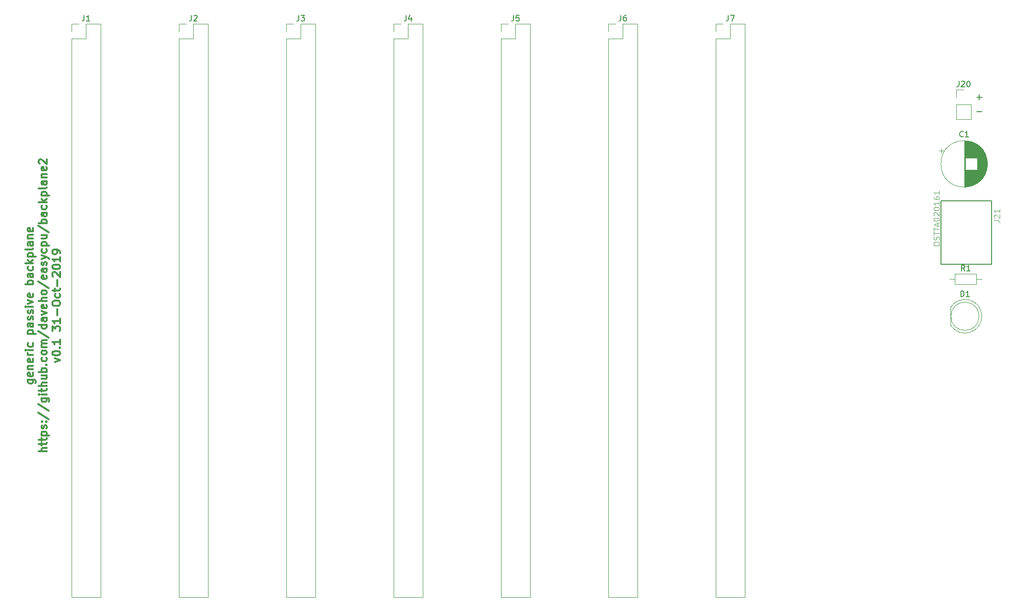
<source format=gto>
G04 #@! TF.GenerationSoftware,KiCad,Pcbnew,5.1.4-e60b266~84~ubuntu18.04.1*
G04 #@! TF.CreationDate,2019-10-31T19:17:03-04:00*
G04 #@! TF.ProjectId,OSH_Park_2_layer,4f53485f-5061-4726-9b5f-325f6c617965,rev?*
G04 #@! TF.SameCoordinates,Original*
G04 #@! TF.FileFunction,Legend,Top*
G04 #@! TF.FilePolarity,Positive*
%FSLAX46Y46*%
G04 Gerber Fmt 4.6, Leading zero omitted, Abs format (unit mm)*
G04 Created by KiCad (PCBNEW 5.1.4-e60b266~84~ubuntu18.04.1) date 2019-10-31 19:17:03*
%MOMM*%
%LPD*%
G04 APERTURE LIST*
%ADD10C,0.300000*%
%ADD11C,0.150000*%
%ADD12C,0.120000*%
%ADD13C,0.127000*%
%ADD14C,0.050000*%
G04 APERTURE END LIST*
D10*
X41750000Y-112574333D02*
X42883333Y-112574333D01*
X43016666Y-112641000D01*
X43083333Y-112707666D01*
X43150000Y-112841000D01*
X43150000Y-113041000D01*
X43083333Y-113174333D01*
X42616666Y-112574333D02*
X42683333Y-112707666D01*
X42683333Y-112974333D01*
X42616666Y-113107666D01*
X42550000Y-113174333D01*
X42416666Y-113241000D01*
X42016666Y-113241000D01*
X41883333Y-113174333D01*
X41816666Y-113107666D01*
X41750000Y-112974333D01*
X41750000Y-112707666D01*
X41816666Y-112574333D01*
X42616666Y-111374333D02*
X42683333Y-111507666D01*
X42683333Y-111774333D01*
X42616666Y-111907666D01*
X42483333Y-111974333D01*
X41950000Y-111974333D01*
X41816666Y-111907666D01*
X41750000Y-111774333D01*
X41750000Y-111507666D01*
X41816666Y-111374333D01*
X41950000Y-111307666D01*
X42083333Y-111307666D01*
X42216666Y-111974333D01*
X41750000Y-110707666D02*
X42683333Y-110707666D01*
X41883333Y-110707666D02*
X41816666Y-110641000D01*
X41750000Y-110507666D01*
X41750000Y-110307666D01*
X41816666Y-110174333D01*
X41950000Y-110107666D01*
X42683333Y-110107666D01*
X42616666Y-108907666D02*
X42683333Y-109041000D01*
X42683333Y-109307666D01*
X42616666Y-109441000D01*
X42483333Y-109507666D01*
X41950000Y-109507666D01*
X41816666Y-109441000D01*
X41750000Y-109307666D01*
X41750000Y-109041000D01*
X41816666Y-108907666D01*
X41950000Y-108841000D01*
X42083333Y-108841000D01*
X42216666Y-109507666D01*
X42683333Y-108241000D02*
X41750000Y-108241000D01*
X42016666Y-108241000D02*
X41883333Y-108174333D01*
X41816666Y-108107666D01*
X41750000Y-107974333D01*
X41750000Y-107841000D01*
X42683333Y-107374333D02*
X41750000Y-107374333D01*
X41283333Y-107374333D02*
X41350000Y-107441000D01*
X41416666Y-107374333D01*
X41350000Y-107307666D01*
X41283333Y-107374333D01*
X41416666Y-107374333D01*
X42616666Y-106107666D02*
X42683333Y-106241000D01*
X42683333Y-106507666D01*
X42616666Y-106641000D01*
X42550000Y-106707666D01*
X42416666Y-106774333D01*
X42016666Y-106774333D01*
X41883333Y-106707666D01*
X41816666Y-106641000D01*
X41750000Y-106507666D01*
X41750000Y-106241000D01*
X41816666Y-106107666D01*
X41750000Y-104441000D02*
X43150000Y-104441000D01*
X41816666Y-104441000D02*
X41750000Y-104307666D01*
X41750000Y-104041000D01*
X41816666Y-103907666D01*
X41883333Y-103841000D01*
X42016666Y-103774333D01*
X42416666Y-103774333D01*
X42550000Y-103841000D01*
X42616666Y-103907666D01*
X42683333Y-104041000D01*
X42683333Y-104307666D01*
X42616666Y-104441000D01*
X42683333Y-102574333D02*
X41950000Y-102574333D01*
X41816666Y-102641000D01*
X41750000Y-102774333D01*
X41750000Y-103041000D01*
X41816666Y-103174333D01*
X42616666Y-102574333D02*
X42683333Y-102707666D01*
X42683333Y-103041000D01*
X42616666Y-103174333D01*
X42483333Y-103241000D01*
X42350000Y-103241000D01*
X42216666Y-103174333D01*
X42150000Y-103041000D01*
X42150000Y-102707666D01*
X42083333Y-102574333D01*
X42616666Y-101974333D02*
X42683333Y-101841000D01*
X42683333Y-101574333D01*
X42616666Y-101441000D01*
X42483333Y-101374333D01*
X42416666Y-101374333D01*
X42283333Y-101441000D01*
X42216666Y-101574333D01*
X42216666Y-101774333D01*
X42150000Y-101907666D01*
X42016666Y-101974333D01*
X41950000Y-101974333D01*
X41816666Y-101907666D01*
X41750000Y-101774333D01*
X41750000Y-101574333D01*
X41816666Y-101441000D01*
X42616666Y-100841000D02*
X42683333Y-100707666D01*
X42683333Y-100441000D01*
X42616666Y-100307666D01*
X42483333Y-100241000D01*
X42416666Y-100241000D01*
X42283333Y-100307666D01*
X42216666Y-100441000D01*
X42216666Y-100641000D01*
X42150000Y-100774333D01*
X42016666Y-100841000D01*
X41950000Y-100841000D01*
X41816666Y-100774333D01*
X41750000Y-100641000D01*
X41750000Y-100441000D01*
X41816666Y-100307666D01*
X42683333Y-99641000D02*
X41750000Y-99641000D01*
X41283333Y-99641000D02*
X41350000Y-99707666D01*
X41416666Y-99641000D01*
X41350000Y-99574333D01*
X41283333Y-99641000D01*
X41416666Y-99641000D01*
X41750000Y-99107666D02*
X42683333Y-98774333D01*
X41750000Y-98441000D01*
X42616666Y-97374333D02*
X42683333Y-97507666D01*
X42683333Y-97774333D01*
X42616666Y-97907666D01*
X42483333Y-97974333D01*
X41950000Y-97974333D01*
X41816666Y-97907666D01*
X41750000Y-97774333D01*
X41750000Y-97507666D01*
X41816666Y-97374333D01*
X41950000Y-97307666D01*
X42083333Y-97307666D01*
X42216666Y-97974333D01*
X42683333Y-95641000D02*
X41283333Y-95641000D01*
X41816666Y-95641000D02*
X41750000Y-95507666D01*
X41750000Y-95241000D01*
X41816666Y-95107666D01*
X41883333Y-95041000D01*
X42016666Y-94974333D01*
X42416666Y-94974333D01*
X42550000Y-95041000D01*
X42616666Y-95107666D01*
X42683333Y-95241000D01*
X42683333Y-95507666D01*
X42616666Y-95641000D01*
X42683333Y-93774333D02*
X41950000Y-93774333D01*
X41816666Y-93841000D01*
X41750000Y-93974333D01*
X41750000Y-94241000D01*
X41816666Y-94374333D01*
X42616666Y-93774333D02*
X42683333Y-93907666D01*
X42683333Y-94241000D01*
X42616666Y-94374333D01*
X42483333Y-94441000D01*
X42350000Y-94441000D01*
X42216666Y-94374333D01*
X42150000Y-94241000D01*
X42150000Y-93907666D01*
X42083333Y-93774333D01*
X42616666Y-92507666D02*
X42683333Y-92641000D01*
X42683333Y-92907666D01*
X42616666Y-93041000D01*
X42550000Y-93107666D01*
X42416666Y-93174333D01*
X42016666Y-93174333D01*
X41883333Y-93107666D01*
X41816666Y-93041000D01*
X41750000Y-92907666D01*
X41750000Y-92641000D01*
X41816666Y-92507666D01*
X42683333Y-91907666D02*
X41283333Y-91907666D01*
X42150000Y-91774333D02*
X42683333Y-91374333D01*
X41750000Y-91374333D02*
X42283333Y-91907666D01*
X41750000Y-90774333D02*
X43150000Y-90774333D01*
X41816666Y-90774333D02*
X41750000Y-90641000D01*
X41750000Y-90374333D01*
X41816666Y-90241000D01*
X41883333Y-90174333D01*
X42016666Y-90107666D01*
X42416666Y-90107666D01*
X42550000Y-90174333D01*
X42616666Y-90241000D01*
X42683333Y-90374333D01*
X42683333Y-90641000D01*
X42616666Y-90774333D01*
X42683333Y-89307666D02*
X42616666Y-89441000D01*
X42483333Y-89507666D01*
X41283333Y-89507666D01*
X42683333Y-88174333D02*
X41950000Y-88174333D01*
X41816666Y-88241000D01*
X41750000Y-88374333D01*
X41750000Y-88641000D01*
X41816666Y-88774333D01*
X42616666Y-88174333D02*
X42683333Y-88307666D01*
X42683333Y-88641000D01*
X42616666Y-88774333D01*
X42483333Y-88841000D01*
X42350000Y-88841000D01*
X42216666Y-88774333D01*
X42150000Y-88641000D01*
X42150000Y-88307666D01*
X42083333Y-88174333D01*
X41750000Y-87507666D02*
X42683333Y-87507666D01*
X41883333Y-87507666D02*
X41816666Y-87441000D01*
X41750000Y-87307666D01*
X41750000Y-87107666D01*
X41816666Y-86974333D01*
X41950000Y-86907666D01*
X42683333Y-86907666D01*
X42616666Y-85707666D02*
X42683333Y-85841000D01*
X42683333Y-86107666D01*
X42616666Y-86241000D01*
X42483333Y-86307666D01*
X41950000Y-86307666D01*
X41816666Y-86241000D01*
X41750000Y-86107666D01*
X41750000Y-85841000D01*
X41816666Y-85707666D01*
X41950000Y-85641000D01*
X42083333Y-85641000D01*
X42216666Y-86307666D01*
X45083333Y-125341000D02*
X43683333Y-125341000D01*
X45083333Y-124741000D02*
X44350000Y-124741000D01*
X44216666Y-124807666D01*
X44150000Y-124941000D01*
X44150000Y-125141000D01*
X44216666Y-125274333D01*
X44283333Y-125341000D01*
X44150000Y-124274333D02*
X44150000Y-123741000D01*
X43683333Y-124074333D02*
X44883333Y-124074333D01*
X45016666Y-124007666D01*
X45083333Y-123874333D01*
X45083333Y-123741000D01*
X44150000Y-123474333D02*
X44150000Y-122941000D01*
X43683333Y-123274333D02*
X44883333Y-123274333D01*
X45016666Y-123207666D01*
X45083333Y-123074333D01*
X45083333Y-122941000D01*
X44150000Y-122474333D02*
X45550000Y-122474333D01*
X44216666Y-122474333D02*
X44150000Y-122341000D01*
X44150000Y-122074333D01*
X44216666Y-121941000D01*
X44283333Y-121874333D01*
X44416666Y-121807666D01*
X44816666Y-121807666D01*
X44950000Y-121874333D01*
X45016666Y-121941000D01*
X45083333Y-122074333D01*
X45083333Y-122341000D01*
X45016666Y-122474333D01*
X45016666Y-121274333D02*
X45083333Y-121141000D01*
X45083333Y-120874333D01*
X45016666Y-120741000D01*
X44883333Y-120674333D01*
X44816666Y-120674333D01*
X44683333Y-120741000D01*
X44616666Y-120874333D01*
X44616666Y-121074333D01*
X44550000Y-121207666D01*
X44416666Y-121274333D01*
X44350000Y-121274333D01*
X44216666Y-121207666D01*
X44150000Y-121074333D01*
X44150000Y-120874333D01*
X44216666Y-120741000D01*
X44950000Y-120074333D02*
X45016666Y-120007666D01*
X45083333Y-120074333D01*
X45016666Y-120141000D01*
X44950000Y-120074333D01*
X45083333Y-120074333D01*
X44216666Y-120074333D02*
X44283333Y-120007666D01*
X44350000Y-120074333D01*
X44283333Y-120141000D01*
X44216666Y-120074333D01*
X44350000Y-120074333D01*
X43616666Y-118407666D02*
X45416666Y-119607666D01*
X43616666Y-116941000D02*
X45416666Y-118141000D01*
X44150000Y-115874333D02*
X45283333Y-115874333D01*
X45416666Y-115941000D01*
X45483333Y-116007666D01*
X45550000Y-116141000D01*
X45550000Y-116341000D01*
X45483333Y-116474333D01*
X45016666Y-115874333D02*
X45083333Y-116007666D01*
X45083333Y-116274333D01*
X45016666Y-116407666D01*
X44950000Y-116474333D01*
X44816666Y-116541000D01*
X44416666Y-116541000D01*
X44283333Y-116474333D01*
X44216666Y-116407666D01*
X44150000Y-116274333D01*
X44150000Y-116007666D01*
X44216666Y-115874333D01*
X45083333Y-115207666D02*
X44150000Y-115207666D01*
X43683333Y-115207666D02*
X43750000Y-115274333D01*
X43816666Y-115207666D01*
X43750000Y-115141000D01*
X43683333Y-115207666D01*
X43816666Y-115207666D01*
X44150000Y-114741000D02*
X44150000Y-114207666D01*
X43683333Y-114541000D02*
X44883333Y-114541000D01*
X45016666Y-114474333D01*
X45083333Y-114341000D01*
X45083333Y-114207666D01*
X45083333Y-113741000D02*
X43683333Y-113741000D01*
X45083333Y-113141000D02*
X44350000Y-113141000D01*
X44216666Y-113207666D01*
X44150000Y-113341000D01*
X44150000Y-113541000D01*
X44216666Y-113674333D01*
X44283333Y-113741000D01*
X44150000Y-111874333D02*
X45083333Y-111874333D01*
X44150000Y-112474333D02*
X44883333Y-112474333D01*
X45016666Y-112407666D01*
X45083333Y-112274333D01*
X45083333Y-112074333D01*
X45016666Y-111941000D01*
X44950000Y-111874333D01*
X45083333Y-111207666D02*
X43683333Y-111207666D01*
X44216666Y-111207666D02*
X44150000Y-111074333D01*
X44150000Y-110807666D01*
X44216666Y-110674333D01*
X44283333Y-110607666D01*
X44416666Y-110541000D01*
X44816666Y-110541000D01*
X44950000Y-110607666D01*
X45016666Y-110674333D01*
X45083333Y-110807666D01*
X45083333Y-111074333D01*
X45016666Y-111207666D01*
X44950000Y-109941000D02*
X45016666Y-109874333D01*
X45083333Y-109941000D01*
X45016666Y-110007666D01*
X44950000Y-109941000D01*
X45083333Y-109941000D01*
X45016666Y-108674333D02*
X45083333Y-108807666D01*
X45083333Y-109074333D01*
X45016666Y-109207666D01*
X44950000Y-109274333D01*
X44816666Y-109341000D01*
X44416666Y-109341000D01*
X44283333Y-109274333D01*
X44216666Y-109207666D01*
X44150000Y-109074333D01*
X44150000Y-108807666D01*
X44216666Y-108674333D01*
X45083333Y-107874333D02*
X45016666Y-108007666D01*
X44950000Y-108074333D01*
X44816666Y-108141000D01*
X44416666Y-108141000D01*
X44283333Y-108074333D01*
X44216666Y-108007666D01*
X44150000Y-107874333D01*
X44150000Y-107674333D01*
X44216666Y-107541000D01*
X44283333Y-107474333D01*
X44416666Y-107407666D01*
X44816666Y-107407666D01*
X44950000Y-107474333D01*
X45016666Y-107541000D01*
X45083333Y-107674333D01*
X45083333Y-107874333D01*
X45083333Y-106807666D02*
X44150000Y-106807666D01*
X44283333Y-106807666D02*
X44216666Y-106741000D01*
X44150000Y-106607666D01*
X44150000Y-106407666D01*
X44216666Y-106274333D01*
X44350000Y-106207666D01*
X45083333Y-106207666D01*
X44350000Y-106207666D02*
X44216666Y-106141000D01*
X44150000Y-106007666D01*
X44150000Y-105807666D01*
X44216666Y-105674333D01*
X44350000Y-105607666D01*
X45083333Y-105607666D01*
X43616666Y-103941000D02*
X45416666Y-105141000D01*
X45083333Y-102874333D02*
X43683333Y-102874333D01*
X45016666Y-102874333D02*
X45083333Y-103007666D01*
X45083333Y-103274333D01*
X45016666Y-103407666D01*
X44950000Y-103474333D01*
X44816666Y-103541000D01*
X44416666Y-103541000D01*
X44283333Y-103474333D01*
X44216666Y-103407666D01*
X44150000Y-103274333D01*
X44150000Y-103007666D01*
X44216666Y-102874333D01*
X45083333Y-101607666D02*
X44350000Y-101607666D01*
X44216666Y-101674333D01*
X44150000Y-101807666D01*
X44150000Y-102074333D01*
X44216666Y-102207666D01*
X45016666Y-101607666D02*
X45083333Y-101741000D01*
X45083333Y-102074333D01*
X45016666Y-102207666D01*
X44883333Y-102274333D01*
X44750000Y-102274333D01*
X44616666Y-102207666D01*
X44550000Y-102074333D01*
X44550000Y-101741000D01*
X44483333Y-101607666D01*
X44150000Y-101074333D02*
X45083333Y-100741000D01*
X44150000Y-100407666D01*
X45016666Y-99341000D02*
X45083333Y-99474333D01*
X45083333Y-99741000D01*
X45016666Y-99874333D01*
X44883333Y-99941000D01*
X44350000Y-99941000D01*
X44216666Y-99874333D01*
X44150000Y-99741000D01*
X44150000Y-99474333D01*
X44216666Y-99341000D01*
X44350000Y-99274333D01*
X44483333Y-99274333D01*
X44616666Y-99941000D01*
X45083333Y-98674333D02*
X43683333Y-98674333D01*
X45083333Y-98074333D02*
X44350000Y-98074333D01*
X44216666Y-98141000D01*
X44150000Y-98274333D01*
X44150000Y-98474333D01*
X44216666Y-98607666D01*
X44283333Y-98674333D01*
X45083333Y-97207666D02*
X45016666Y-97341000D01*
X44950000Y-97407666D01*
X44816666Y-97474333D01*
X44416666Y-97474333D01*
X44283333Y-97407666D01*
X44216666Y-97341000D01*
X44150000Y-97207666D01*
X44150000Y-97007666D01*
X44216666Y-96874333D01*
X44283333Y-96807666D01*
X44416666Y-96741000D01*
X44816666Y-96741000D01*
X44950000Y-96807666D01*
X45016666Y-96874333D01*
X45083333Y-97007666D01*
X45083333Y-97207666D01*
X43616666Y-95141000D02*
X45416666Y-96341000D01*
X45016666Y-94141000D02*
X45083333Y-94274333D01*
X45083333Y-94541000D01*
X45016666Y-94674333D01*
X44883333Y-94741000D01*
X44350000Y-94741000D01*
X44216666Y-94674333D01*
X44150000Y-94541000D01*
X44150000Y-94274333D01*
X44216666Y-94141000D01*
X44350000Y-94074333D01*
X44483333Y-94074333D01*
X44616666Y-94741000D01*
X45083333Y-92874333D02*
X44350000Y-92874333D01*
X44216666Y-92941000D01*
X44150000Y-93074333D01*
X44150000Y-93341000D01*
X44216666Y-93474333D01*
X45016666Y-92874333D02*
X45083333Y-93007666D01*
X45083333Y-93341000D01*
X45016666Y-93474333D01*
X44883333Y-93541000D01*
X44750000Y-93541000D01*
X44616666Y-93474333D01*
X44550000Y-93341000D01*
X44550000Y-93007666D01*
X44483333Y-92874333D01*
X45016666Y-92274333D02*
X45083333Y-92141000D01*
X45083333Y-91874333D01*
X45016666Y-91741000D01*
X44883333Y-91674333D01*
X44816666Y-91674333D01*
X44683333Y-91741000D01*
X44616666Y-91874333D01*
X44616666Y-92074333D01*
X44550000Y-92207666D01*
X44416666Y-92274333D01*
X44350000Y-92274333D01*
X44216666Y-92207666D01*
X44150000Y-92074333D01*
X44150000Y-91874333D01*
X44216666Y-91741000D01*
X44150000Y-91207666D02*
X45083333Y-90874333D01*
X44150000Y-90541000D02*
X45083333Y-90874333D01*
X45416666Y-91007666D01*
X45483333Y-91074333D01*
X45550000Y-91207666D01*
X45016666Y-89407666D02*
X45083333Y-89541000D01*
X45083333Y-89807666D01*
X45016666Y-89941000D01*
X44950000Y-90007666D01*
X44816666Y-90074333D01*
X44416666Y-90074333D01*
X44283333Y-90007666D01*
X44216666Y-89941000D01*
X44150000Y-89807666D01*
X44150000Y-89541000D01*
X44216666Y-89407666D01*
X44150000Y-88807666D02*
X45550000Y-88807666D01*
X44216666Y-88807666D02*
X44150000Y-88674333D01*
X44150000Y-88407666D01*
X44216666Y-88274333D01*
X44283333Y-88207666D01*
X44416666Y-88141000D01*
X44816666Y-88141000D01*
X44950000Y-88207666D01*
X45016666Y-88274333D01*
X45083333Y-88407666D01*
X45083333Y-88674333D01*
X45016666Y-88807666D01*
X44150000Y-86941000D02*
X45083333Y-86941000D01*
X44150000Y-87541000D02*
X44883333Y-87541000D01*
X45016666Y-87474333D01*
X45083333Y-87341000D01*
X45083333Y-87141000D01*
X45016666Y-87007666D01*
X44950000Y-86941000D01*
X43616666Y-85274333D02*
X45416666Y-86474333D01*
X45083333Y-84807666D02*
X43683333Y-84807666D01*
X44216666Y-84807666D02*
X44150000Y-84674333D01*
X44150000Y-84407666D01*
X44216666Y-84274333D01*
X44283333Y-84207666D01*
X44416666Y-84141000D01*
X44816666Y-84141000D01*
X44950000Y-84207666D01*
X45016666Y-84274333D01*
X45083333Y-84407666D01*
X45083333Y-84674333D01*
X45016666Y-84807666D01*
X45083333Y-82941000D02*
X44350000Y-82941000D01*
X44216666Y-83007666D01*
X44150000Y-83141000D01*
X44150000Y-83407666D01*
X44216666Y-83541000D01*
X45016666Y-82941000D02*
X45083333Y-83074333D01*
X45083333Y-83407666D01*
X45016666Y-83541000D01*
X44883333Y-83607666D01*
X44750000Y-83607666D01*
X44616666Y-83541000D01*
X44550000Y-83407666D01*
X44550000Y-83074333D01*
X44483333Y-82941000D01*
X45016666Y-81674333D02*
X45083333Y-81807666D01*
X45083333Y-82074333D01*
X45016666Y-82207666D01*
X44950000Y-82274333D01*
X44816666Y-82341000D01*
X44416666Y-82341000D01*
X44283333Y-82274333D01*
X44216666Y-82207666D01*
X44150000Y-82074333D01*
X44150000Y-81807666D01*
X44216666Y-81674333D01*
X45083333Y-81074333D02*
X43683333Y-81074333D01*
X44550000Y-80941000D02*
X45083333Y-80541000D01*
X44150000Y-80541000D02*
X44683333Y-81074333D01*
X44150000Y-79941000D02*
X45550000Y-79941000D01*
X44216666Y-79941000D02*
X44150000Y-79807666D01*
X44150000Y-79541000D01*
X44216666Y-79407666D01*
X44283333Y-79341000D01*
X44416666Y-79274333D01*
X44816666Y-79274333D01*
X44950000Y-79341000D01*
X45016666Y-79407666D01*
X45083333Y-79541000D01*
X45083333Y-79807666D01*
X45016666Y-79941000D01*
X45083333Y-78474333D02*
X45016666Y-78607666D01*
X44883333Y-78674333D01*
X43683333Y-78674333D01*
X45083333Y-77341000D02*
X44350000Y-77341000D01*
X44216666Y-77407666D01*
X44150000Y-77541000D01*
X44150000Y-77807666D01*
X44216666Y-77941000D01*
X45016666Y-77341000D02*
X45083333Y-77474333D01*
X45083333Y-77807666D01*
X45016666Y-77941000D01*
X44883333Y-78007666D01*
X44750000Y-78007666D01*
X44616666Y-77941000D01*
X44550000Y-77807666D01*
X44550000Y-77474333D01*
X44483333Y-77341000D01*
X44150000Y-76674333D02*
X45083333Y-76674333D01*
X44283333Y-76674333D02*
X44216666Y-76607666D01*
X44150000Y-76474333D01*
X44150000Y-76274333D01*
X44216666Y-76141000D01*
X44350000Y-76074333D01*
X45083333Y-76074333D01*
X45016666Y-74874333D02*
X45083333Y-75007666D01*
X45083333Y-75274333D01*
X45016666Y-75407666D01*
X44883333Y-75474333D01*
X44350000Y-75474333D01*
X44216666Y-75407666D01*
X44150000Y-75274333D01*
X44150000Y-75007666D01*
X44216666Y-74874333D01*
X44350000Y-74807666D01*
X44483333Y-74807666D01*
X44616666Y-75474333D01*
X43816666Y-74274333D02*
X43750000Y-74207666D01*
X43683333Y-74074333D01*
X43683333Y-73741000D01*
X43750000Y-73607666D01*
X43816666Y-73541000D01*
X43950000Y-73474333D01*
X44083333Y-73474333D01*
X44283333Y-73541000D01*
X45083333Y-74341000D01*
X45083333Y-73474333D01*
X46550000Y-109441000D02*
X47483333Y-109107666D01*
X46550000Y-108774333D01*
X46083333Y-107974333D02*
X46083333Y-107841000D01*
X46150000Y-107707666D01*
X46216666Y-107641000D01*
X46350000Y-107574333D01*
X46616666Y-107507666D01*
X46950000Y-107507666D01*
X47216666Y-107574333D01*
X47350000Y-107641000D01*
X47416666Y-107707666D01*
X47483333Y-107841000D01*
X47483333Y-107974333D01*
X47416666Y-108107666D01*
X47350000Y-108174333D01*
X47216666Y-108241000D01*
X46950000Y-108307666D01*
X46616666Y-108307666D01*
X46350000Y-108241000D01*
X46216666Y-108174333D01*
X46150000Y-108107666D01*
X46083333Y-107974333D01*
X47350000Y-106907666D02*
X47416666Y-106841000D01*
X47483333Y-106907666D01*
X47416666Y-106974333D01*
X47350000Y-106907666D01*
X47483333Y-106907666D01*
X47483333Y-105507666D02*
X47483333Y-106307666D01*
X47483333Y-105907666D02*
X46083333Y-105907666D01*
X46283333Y-106041000D01*
X46416666Y-106174333D01*
X46483333Y-106307666D01*
X46083333Y-103974333D02*
X46083333Y-103107666D01*
X46616666Y-103574333D01*
X46616666Y-103374333D01*
X46683333Y-103241000D01*
X46750000Y-103174333D01*
X46883333Y-103107666D01*
X47216666Y-103107666D01*
X47350000Y-103174333D01*
X47416666Y-103241000D01*
X47483333Y-103374333D01*
X47483333Y-103774333D01*
X47416666Y-103907666D01*
X47350000Y-103974333D01*
X47483333Y-101774333D02*
X47483333Y-102574333D01*
X47483333Y-102174333D02*
X46083333Y-102174333D01*
X46283333Y-102307666D01*
X46416666Y-102441000D01*
X46483333Y-102574333D01*
X46950000Y-101174333D02*
X46950000Y-100107666D01*
X46083333Y-99174333D02*
X46083333Y-98907666D01*
X46150000Y-98774333D01*
X46283333Y-98641000D01*
X46550000Y-98574333D01*
X47016666Y-98574333D01*
X47283333Y-98641000D01*
X47416666Y-98774333D01*
X47483333Y-98907666D01*
X47483333Y-99174333D01*
X47416666Y-99307666D01*
X47283333Y-99441000D01*
X47016666Y-99507666D01*
X46550000Y-99507666D01*
X46283333Y-99441000D01*
X46150000Y-99307666D01*
X46083333Y-99174333D01*
X47416666Y-97374333D02*
X47483333Y-97507666D01*
X47483333Y-97774333D01*
X47416666Y-97907666D01*
X47350000Y-97974333D01*
X47216666Y-98041000D01*
X46816666Y-98041000D01*
X46683333Y-97974333D01*
X46616666Y-97907666D01*
X46550000Y-97774333D01*
X46550000Y-97507666D01*
X46616666Y-97374333D01*
X46550000Y-96974333D02*
X46550000Y-96441000D01*
X46083333Y-96774333D02*
X47283333Y-96774333D01*
X47416666Y-96707666D01*
X47483333Y-96574333D01*
X47483333Y-96441000D01*
X46950000Y-95974333D02*
X46950000Y-94907666D01*
X46216666Y-94307666D02*
X46150000Y-94241000D01*
X46083333Y-94107666D01*
X46083333Y-93774333D01*
X46150000Y-93641000D01*
X46216666Y-93574333D01*
X46350000Y-93507666D01*
X46483333Y-93507666D01*
X46683333Y-93574333D01*
X47483333Y-94374333D01*
X47483333Y-93507666D01*
X46083333Y-92641000D02*
X46083333Y-92507666D01*
X46150000Y-92374333D01*
X46216666Y-92307666D01*
X46350000Y-92241000D01*
X46616666Y-92174333D01*
X46950000Y-92174333D01*
X47216666Y-92241000D01*
X47350000Y-92307666D01*
X47416666Y-92374333D01*
X47483333Y-92507666D01*
X47483333Y-92641000D01*
X47416666Y-92774333D01*
X47350000Y-92841000D01*
X47216666Y-92907666D01*
X46950000Y-92974333D01*
X46616666Y-92974333D01*
X46350000Y-92907666D01*
X46216666Y-92841000D01*
X46150000Y-92774333D01*
X46083333Y-92641000D01*
X47483333Y-90841000D02*
X47483333Y-91641000D01*
X47483333Y-91241000D02*
X46083333Y-91241000D01*
X46283333Y-91374333D01*
X46416666Y-91507666D01*
X46483333Y-91641000D01*
X47483333Y-90174333D02*
X47483333Y-89907666D01*
X47416666Y-89774333D01*
X47350000Y-89707666D01*
X47150000Y-89574333D01*
X46883333Y-89507666D01*
X46350000Y-89507666D01*
X46216666Y-89574333D01*
X46150000Y-89641000D01*
X46083333Y-89774333D01*
X46083333Y-90041000D01*
X46150000Y-90174333D01*
X46216666Y-90241000D01*
X46350000Y-90307666D01*
X46683333Y-90307666D01*
X46816666Y-90241000D01*
X46883333Y-90174333D01*
X46950000Y-90041000D01*
X46950000Y-89774333D01*
X46883333Y-89641000D01*
X46816666Y-89574333D01*
X46683333Y-89507666D01*
D11*
X210082190Y-64987714D02*
X211049809Y-64987714D01*
X210082190Y-62447714D02*
X211049809Y-62447714D01*
X210566000Y-62931523D02*
X210566000Y-61963904D01*
D12*
X203869302Y-71580000D02*
X203869302Y-72380000D01*
X203469302Y-71980000D02*
X204269302Y-71980000D01*
X211960000Y-73762000D02*
X211960000Y-74828000D01*
X211920000Y-73527000D02*
X211920000Y-75063000D01*
X211880000Y-73347000D02*
X211880000Y-75243000D01*
X211840000Y-73197000D02*
X211840000Y-75393000D01*
X211800000Y-73066000D02*
X211800000Y-75524000D01*
X211760000Y-72949000D02*
X211760000Y-75641000D01*
X211720000Y-72842000D02*
X211720000Y-75748000D01*
X211680000Y-72743000D02*
X211680000Y-75847000D01*
X211640000Y-72650000D02*
X211640000Y-75940000D01*
X211600000Y-72564000D02*
X211600000Y-76026000D01*
X211560000Y-72482000D02*
X211560000Y-76108000D01*
X211520000Y-72405000D02*
X211520000Y-76185000D01*
X211480000Y-72331000D02*
X211480000Y-76259000D01*
X211440000Y-72261000D02*
X211440000Y-76329000D01*
X211400000Y-72193000D02*
X211400000Y-76397000D01*
X211360000Y-72129000D02*
X211360000Y-76461000D01*
X211320000Y-72067000D02*
X211320000Y-76523000D01*
X211280000Y-72008000D02*
X211280000Y-76582000D01*
X211240000Y-71950000D02*
X211240000Y-76640000D01*
X211200000Y-71895000D02*
X211200000Y-76695000D01*
X211160000Y-71841000D02*
X211160000Y-76749000D01*
X211120000Y-71790000D02*
X211120000Y-76800000D01*
X211080000Y-71739000D02*
X211080000Y-76851000D01*
X211040000Y-71691000D02*
X211040000Y-76899000D01*
X211000000Y-71644000D02*
X211000000Y-76946000D01*
X210960000Y-71598000D02*
X210960000Y-76992000D01*
X210920000Y-71554000D02*
X210920000Y-77036000D01*
X210880000Y-71511000D02*
X210880000Y-77079000D01*
X210840000Y-71469000D02*
X210840000Y-77121000D01*
X210800000Y-71428000D02*
X210800000Y-77162000D01*
X210760000Y-71388000D02*
X210760000Y-77202000D01*
X210720000Y-71350000D02*
X210720000Y-77240000D01*
X210680000Y-71312000D02*
X210680000Y-77278000D01*
X210640000Y-71276000D02*
X210640000Y-77314000D01*
X210600000Y-71240000D02*
X210600000Y-77350000D01*
X210560000Y-71205000D02*
X210560000Y-77385000D01*
X210520000Y-71171000D02*
X210520000Y-77419000D01*
X210480000Y-71139000D02*
X210480000Y-77451000D01*
X210440000Y-71106000D02*
X210440000Y-77484000D01*
X210400000Y-71075000D02*
X210400000Y-77515000D01*
X210360000Y-71045000D02*
X210360000Y-77545000D01*
X210320000Y-71015000D02*
X210320000Y-77575000D01*
X210280000Y-70986000D02*
X210280000Y-77604000D01*
X210240000Y-70957000D02*
X210240000Y-77633000D01*
X210200000Y-70930000D02*
X210200000Y-77660000D01*
X210160000Y-75335000D02*
X210160000Y-77687000D01*
X210160000Y-70903000D02*
X210160000Y-73255000D01*
X210120000Y-75335000D02*
X210120000Y-77713000D01*
X210120000Y-70877000D02*
X210120000Y-73255000D01*
X210080000Y-75335000D02*
X210080000Y-77739000D01*
X210080000Y-70851000D02*
X210080000Y-73255000D01*
X210040000Y-75335000D02*
X210040000Y-77764000D01*
X210040000Y-70826000D02*
X210040000Y-73255000D01*
X210000000Y-75335000D02*
X210000000Y-77788000D01*
X210000000Y-70802000D02*
X210000000Y-73255000D01*
X209960000Y-75335000D02*
X209960000Y-77812000D01*
X209960000Y-70778000D02*
X209960000Y-73255000D01*
X209920000Y-75335000D02*
X209920000Y-77835000D01*
X209920000Y-70755000D02*
X209920000Y-73255000D01*
X209880000Y-75335000D02*
X209880000Y-77857000D01*
X209880000Y-70733000D02*
X209880000Y-73255000D01*
X209840000Y-75335000D02*
X209840000Y-77879000D01*
X209840000Y-70711000D02*
X209840000Y-73255000D01*
X209800000Y-75335000D02*
X209800000Y-77901000D01*
X209800000Y-70689000D02*
X209800000Y-73255000D01*
X209760000Y-75335000D02*
X209760000Y-77922000D01*
X209760000Y-70668000D02*
X209760000Y-73255000D01*
X209720000Y-75335000D02*
X209720000Y-77942000D01*
X209720000Y-70648000D02*
X209720000Y-73255000D01*
X209680000Y-75335000D02*
X209680000Y-77961000D01*
X209680000Y-70629000D02*
X209680000Y-73255000D01*
X209640000Y-75335000D02*
X209640000Y-77981000D01*
X209640000Y-70609000D02*
X209640000Y-73255000D01*
X209600000Y-75335000D02*
X209600000Y-77999000D01*
X209600000Y-70591000D02*
X209600000Y-73255000D01*
X209560000Y-75335000D02*
X209560000Y-78017000D01*
X209560000Y-70573000D02*
X209560000Y-73255000D01*
X209520000Y-75335000D02*
X209520000Y-78035000D01*
X209520000Y-70555000D02*
X209520000Y-73255000D01*
X209480000Y-75335000D02*
X209480000Y-78052000D01*
X209480000Y-70538000D02*
X209480000Y-73255000D01*
X209440000Y-75335000D02*
X209440000Y-78069000D01*
X209440000Y-70521000D02*
X209440000Y-73255000D01*
X209400000Y-75335000D02*
X209400000Y-78085000D01*
X209400000Y-70505000D02*
X209400000Y-73255000D01*
X209360000Y-75335000D02*
X209360000Y-78100000D01*
X209360000Y-70490000D02*
X209360000Y-73255000D01*
X209320000Y-75335000D02*
X209320000Y-78116000D01*
X209320000Y-70474000D02*
X209320000Y-73255000D01*
X209280000Y-75335000D02*
X209280000Y-78130000D01*
X209280000Y-70460000D02*
X209280000Y-73255000D01*
X209240000Y-75335000D02*
X209240000Y-78145000D01*
X209240000Y-70445000D02*
X209240000Y-73255000D01*
X209200000Y-75335000D02*
X209200000Y-78158000D01*
X209200000Y-70432000D02*
X209200000Y-73255000D01*
X209160000Y-75335000D02*
X209160000Y-78172000D01*
X209160000Y-70418000D02*
X209160000Y-73255000D01*
X209120000Y-75335000D02*
X209120000Y-78184000D01*
X209120000Y-70406000D02*
X209120000Y-73255000D01*
X209080000Y-75335000D02*
X209080000Y-78197000D01*
X209080000Y-70393000D02*
X209080000Y-73255000D01*
X209040000Y-75335000D02*
X209040000Y-78209000D01*
X209040000Y-70381000D02*
X209040000Y-73255000D01*
X209000000Y-75335000D02*
X209000000Y-78220000D01*
X209000000Y-70370000D02*
X209000000Y-73255000D01*
X208960000Y-75335000D02*
X208960000Y-78231000D01*
X208960000Y-70359000D02*
X208960000Y-73255000D01*
X208920000Y-75335000D02*
X208920000Y-78242000D01*
X208920000Y-70348000D02*
X208920000Y-73255000D01*
X208880000Y-75335000D02*
X208880000Y-78252000D01*
X208880000Y-70338000D02*
X208880000Y-73255000D01*
X208840000Y-75335000D02*
X208840000Y-78262000D01*
X208840000Y-70328000D02*
X208840000Y-73255000D01*
X208800000Y-75335000D02*
X208800000Y-78271000D01*
X208800000Y-70319000D02*
X208800000Y-73255000D01*
X208760000Y-75335000D02*
X208760000Y-78280000D01*
X208760000Y-70310000D02*
X208760000Y-73255000D01*
X208720000Y-75335000D02*
X208720000Y-78289000D01*
X208720000Y-70301000D02*
X208720000Y-73255000D01*
X208680000Y-75335000D02*
X208680000Y-78297000D01*
X208680000Y-70293000D02*
X208680000Y-73255000D01*
X208640000Y-75335000D02*
X208640000Y-78305000D01*
X208640000Y-70285000D02*
X208640000Y-73255000D01*
X208600000Y-75335000D02*
X208600000Y-78312000D01*
X208600000Y-70278000D02*
X208600000Y-73255000D01*
X208559000Y-75335000D02*
X208559000Y-78319000D01*
X208559000Y-70271000D02*
X208559000Y-73255000D01*
X208519000Y-75335000D02*
X208519000Y-78325000D01*
X208519000Y-70265000D02*
X208519000Y-73255000D01*
X208479000Y-75335000D02*
X208479000Y-78332000D01*
X208479000Y-70258000D02*
X208479000Y-73255000D01*
X208439000Y-75335000D02*
X208439000Y-78337000D01*
X208439000Y-70253000D02*
X208439000Y-73255000D01*
X208399000Y-75335000D02*
X208399000Y-78343000D01*
X208399000Y-70247000D02*
X208399000Y-73255000D01*
X208359000Y-75335000D02*
X208359000Y-78347000D01*
X208359000Y-70243000D02*
X208359000Y-73255000D01*
X208319000Y-75335000D02*
X208319000Y-78352000D01*
X208319000Y-70238000D02*
X208319000Y-73255000D01*
X208279000Y-75335000D02*
X208279000Y-78356000D01*
X208279000Y-70234000D02*
X208279000Y-73255000D01*
X208239000Y-75335000D02*
X208239000Y-78360000D01*
X208239000Y-70230000D02*
X208239000Y-73255000D01*
X208199000Y-75335000D02*
X208199000Y-78363000D01*
X208199000Y-70227000D02*
X208199000Y-73255000D01*
X208159000Y-75335000D02*
X208159000Y-78366000D01*
X208159000Y-70224000D02*
X208159000Y-73255000D01*
X208119000Y-75335000D02*
X208119000Y-78369000D01*
X208119000Y-70221000D02*
X208119000Y-73255000D01*
X208079000Y-70219000D02*
X208079000Y-78371000D01*
X208039000Y-70218000D02*
X208039000Y-78372000D01*
X207999000Y-70216000D02*
X207999000Y-78374000D01*
X207959000Y-70215000D02*
X207959000Y-78375000D01*
X207919000Y-70215000D02*
X207919000Y-78375000D01*
X207879000Y-70215000D02*
X207879000Y-78375000D01*
X211999000Y-74295000D02*
G75*
G03X211999000Y-74295000I-4120000J0D01*
G01*
X211016000Y-101346462D02*
G75*
G03X205466000Y-99801170I-2990000J462D01*
G01*
X211016000Y-101345538D02*
G75*
G02X205466000Y-102890830I-2990000J-462D01*
G01*
X210526000Y-101346000D02*
G75*
G03X210526000Y-101346000I-2500000J0D01*
G01*
X205466000Y-99801000D02*
X205466000Y-102891000D01*
X49470000Y-49470000D02*
X50800000Y-49470000D01*
X49470000Y-50800000D02*
X49470000Y-49470000D01*
X52070000Y-49470000D02*
X54670000Y-49470000D01*
X52070000Y-52070000D02*
X52070000Y-49470000D01*
X49470000Y-52070000D02*
X52070000Y-52070000D01*
X54670000Y-49470000D02*
X54670000Y-151190000D01*
X49470000Y-52070000D02*
X49470000Y-151190000D01*
X49470000Y-151190000D02*
X54670000Y-151190000D01*
X68520000Y-151190000D02*
X73720000Y-151190000D01*
X68520000Y-52070000D02*
X68520000Y-151190000D01*
X73720000Y-49470000D02*
X73720000Y-151190000D01*
X68520000Y-52070000D02*
X71120000Y-52070000D01*
X71120000Y-52070000D02*
X71120000Y-49470000D01*
X71120000Y-49470000D02*
X73720000Y-49470000D01*
X68520000Y-50800000D02*
X68520000Y-49470000D01*
X68520000Y-49470000D02*
X69850000Y-49470000D01*
X87570000Y-151190000D02*
X92770000Y-151190000D01*
X87570000Y-52070000D02*
X87570000Y-151190000D01*
X92770000Y-49470000D02*
X92770000Y-151190000D01*
X87570000Y-52070000D02*
X90170000Y-52070000D01*
X90170000Y-52070000D02*
X90170000Y-49470000D01*
X90170000Y-49470000D02*
X92770000Y-49470000D01*
X87570000Y-50800000D02*
X87570000Y-49470000D01*
X87570000Y-49470000D02*
X88900000Y-49470000D01*
X106620000Y-49470000D02*
X107950000Y-49470000D01*
X106620000Y-50800000D02*
X106620000Y-49470000D01*
X109220000Y-49470000D02*
X111820000Y-49470000D01*
X109220000Y-52070000D02*
X109220000Y-49470000D01*
X106620000Y-52070000D02*
X109220000Y-52070000D01*
X111820000Y-49470000D02*
X111820000Y-151190000D01*
X106620000Y-52070000D02*
X106620000Y-151190000D01*
X106620000Y-151190000D02*
X111820000Y-151190000D01*
X125670000Y-151190000D02*
X130870000Y-151190000D01*
X125670000Y-52070000D02*
X125670000Y-151190000D01*
X130870000Y-49470000D02*
X130870000Y-151190000D01*
X125670000Y-52070000D02*
X128270000Y-52070000D01*
X128270000Y-52070000D02*
X128270000Y-49470000D01*
X128270000Y-49470000D02*
X130870000Y-49470000D01*
X125670000Y-50800000D02*
X125670000Y-49470000D01*
X125670000Y-49470000D02*
X127000000Y-49470000D01*
X144720000Y-151190000D02*
X149920000Y-151190000D01*
X144720000Y-52070000D02*
X144720000Y-151190000D01*
X149920000Y-49470000D02*
X149920000Y-151190000D01*
X144720000Y-52070000D02*
X147320000Y-52070000D01*
X147320000Y-52070000D02*
X147320000Y-49470000D01*
X147320000Y-49470000D02*
X149920000Y-49470000D01*
X144720000Y-50800000D02*
X144720000Y-49470000D01*
X144720000Y-49470000D02*
X146050000Y-49470000D01*
X163770000Y-49470000D02*
X165100000Y-49470000D01*
X163770000Y-50800000D02*
X163770000Y-49470000D01*
X166370000Y-49470000D02*
X168970000Y-49470000D01*
X166370000Y-52070000D02*
X166370000Y-49470000D01*
X163770000Y-52070000D02*
X166370000Y-52070000D01*
X168970000Y-49470000D02*
X168970000Y-151190000D01*
X163770000Y-52070000D02*
X163770000Y-151190000D01*
X163770000Y-151190000D02*
X168970000Y-151190000D01*
X206442000Y-66354000D02*
X209102000Y-66354000D01*
X206442000Y-63754000D02*
X206442000Y-66354000D01*
X209102000Y-63754000D02*
X209102000Y-66354000D01*
X206442000Y-63754000D02*
X209102000Y-63754000D01*
X206442000Y-62484000D02*
X206442000Y-61154000D01*
X206442000Y-61154000D02*
X207772000Y-61154000D01*
D13*
X212772000Y-80887000D02*
X212772000Y-92087000D01*
X212772000Y-92087000D02*
X203772000Y-92087000D01*
X203772000Y-92087000D02*
X203772000Y-80887000D01*
X203772000Y-80887000D02*
X212772000Y-80887000D01*
D12*
X206233000Y-93822000D02*
X206233000Y-95662000D01*
X206233000Y-95662000D02*
X210073000Y-95662000D01*
X210073000Y-95662000D02*
X210073000Y-93822000D01*
X210073000Y-93822000D02*
X206233000Y-93822000D01*
X205283000Y-94742000D02*
X206233000Y-94742000D01*
X211023000Y-94742000D02*
X210073000Y-94742000D01*
D11*
X207712333Y-69402142D02*
X207664714Y-69449761D01*
X207521857Y-69497380D01*
X207426619Y-69497380D01*
X207283761Y-69449761D01*
X207188523Y-69354523D01*
X207140904Y-69259285D01*
X207093285Y-69068809D01*
X207093285Y-68925952D01*
X207140904Y-68735476D01*
X207188523Y-68640238D01*
X207283761Y-68545000D01*
X207426619Y-68497380D01*
X207521857Y-68497380D01*
X207664714Y-68545000D01*
X207712333Y-68592619D01*
X208664714Y-69497380D02*
X208093285Y-69497380D01*
X208379000Y-69497380D02*
X208379000Y-68497380D01*
X208283761Y-68640238D01*
X208188523Y-68735476D01*
X208093285Y-68783095D01*
X207287904Y-97838380D02*
X207287904Y-96838380D01*
X207526000Y-96838380D01*
X207668857Y-96886000D01*
X207764095Y-96981238D01*
X207811714Y-97076476D01*
X207859333Y-97266952D01*
X207859333Y-97409809D01*
X207811714Y-97600285D01*
X207764095Y-97695523D01*
X207668857Y-97790761D01*
X207526000Y-97838380D01*
X207287904Y-97838380D01*
X208811714Y-97838380D02*
X208240285Y-97838380D01*
X208526000Y-97838380D02*
X208526000Y-96838380D01*
X208430761Y-96981238D01*
X208335523Y-97076476D01*
X208240285Y-97124095D01*
X51736666Y-47922380D02*
X51736666Y-48636666D01*
X51689047Y-48779523D01*
X51593809Y-48874761D01*
X51450952Y-48922380D01*
X51355714Y-48922380D01*
X52736666Y-48922380D02*
X52165238Y-48922380D01*
X52450952Y-48922380D02*
X52450952Y-47922380D01*
X52355714Y-48065238D01*
X52260476Y-48160476D01*
X52165238Y-48208095D01*
X70786666Y-47922380D02*
X70786666Y-48636666D01*
X70739047Y-48779523D01*
X70643809Y-48874761D01*
X70500952Y-48922380D01*
X70405714Y-48922380D01*
X71215238Y-48017619D02*
X71262857Y-47970000D01*
X71358095Y-47922380D01*
X71596190Y-47922380D01*
X71691428Y-47970000D01*
X71739047Y-48017619D01*
X71786666Y-48112857D01*
X71786666Y-48208095D01*
X71739047Y-48350952D01*
X71167619Y-48922380D01*
X71786666Y-48922380D01*
X89836666Y-47922380D02*
X89836666Y-48636666D01*
X89789047Y-48779523D01*
X89693809Y-48874761D01*
X89550952Y-48922380D01*
X89455714Y-48922380D01*
X90217619Y-47922380D02*
X90836666Y-47922380D01*
X90503333Y-48303333D01*
X90646190Y-48303333D01*
X90741428Y-48350952D01*
X90789047Y-48398571D01*
X90836666Y-48493809D01*
X90836666Y-48731904D01*
X90789047Y-48827142D01*
X90741428Y-48874761D01*
X90646190Y-48922380D01*
X90360476Y-48922380D01*
X90265238Y-48874761D01*
X90217619Y-48827142D01*
X108886666Y-47922380D02*
X108886666Y-48636666D01*
X108839047Y-48779523D01*
X108743809Y-48874761D01*
X108600952Y-48922380D01*
X108505714Y-48922380D01*
X109791428Y-48255714D02*
X109791428Y-48922380D01*
X109553333Y-47874761D02*
X109315238Y-48589047D01*
X109934285Y-48589047D01*
X127936666Y-47922380D02*
X127936666Y-48636666D01*
X127889047Y-48779523D01*
X127793809Y-48874761D01*
X127650952Y-48922380D01*
X127555714Y-48922380D01*
X128889047Y-47922380D02*
X128412857Y-47922380D01*
X128365238Y-48398571D01*
X128412857Y-48350952D01*
X128508095Y-48303333D01*
X128746190Y-48303333D01*
X128841428Y-48350952D01*
X128889047Y-48398571D01*
X128936666Y-48493809D01*
X128936666Y-48731904D01*
X128889047Y-48827142D01*
X128841428Y-48874761D01*
X128746190Y-48922380D01*
X128508095Y-48922380D01*
X128412857Y-48874761D01*
X128365238Y-48827142D01*
X146986666Y-47922380D02*
X146986666Y-48636666D01*
X146939047Y-48779523D01*
X146843809Y-48874761D01*
X146700952Y-48922380D01*
X146605714Y-48922380D01*
X147891428Y-47922380D02*
X147700952Y-47922380D01*
X147605714Y-47970000D01*
X147558095Y-48017619D01*
X147462857Y-48160476D01*
X147415238Y-48350952D01*
X147415238Y-48731904D01*
X147462857Y-48827142D01*
X147510476Y-48874761D01*
X147605714Y-48922380D01*
X147796190Y-48922380D01*
X147891428Y-48874761D01*
X147939047Y-48827142D01*
X147986666Y-48731904D01*
X147986666Y-48493809D01*
X147939047Y-48398571D01*
X147891428Y-48350952D01*
X147796190Y-48303333D01*
X147605714Y-48303333D01*
X147510476Y-48350952D01*
X147462857Y-48398571D01*
X147415238Y-48493809D01*
X166036666Y-47922380D02*
X166036666Y-48636666D01*
X165989047Y-48779523D01*
X165893809Y-48874761D01*
X165750952Y-48922380D01*
X165655714Y-48922380D01*
X166417619Y-47922380D02*
X167084285Y-47922380D01*
X166655714Y-48922380D01*
X206962476Y-59606380D02*
X206962476Y-60320666D01*
X206914857Y-60463523D01*
X206819619Y-60558761D01*
X206676761Y-60606380D01*
X206581523Y-60606380D01*
X207391047Y-59701619D02*
X207438666Y-59654000D01*
X207533904Y-59606380D01*
X207772000Y-59606380D01*
X207867238Y-59654000D01*
X207914857Y-59701619D01*
X207962476Y-59796857D01*
X207962476Y-59892095D01*
X207914857Y-60034952D01*
X207343428Y-60606380D01*
X207962476Y-60606380D01*
X208581523Y-59606380D02*
X208676761Y-59606380D01*
X208772000Y-59654000D01*
X208819619Y-59701619D01*
X208867238Y-59796857D01*
X208914857Y-59987333D01*
X208914857Y-60225428D01*
X208867238Y-60415904D01*
X208819619Y-60511142D01*
X208772000Y-60558761D01*
X208676761Y-60606380D01*
X208581523Y-60606380D01*
X208486285Y-60558761D01*
X208438666Y-60511142D01*
X208391047Y-60415904D01*
X208343428Y-60225428D01*
X208343428Y-59987333D01*
X208391047Y-59796857D01*
X208438666Y-59701619D01*
X208486285Y-59654000D01*
X208581523Y-59606380D01*
D14*
X213162245Y-84335390D02*
X213876916Y-84335390D01*
X214019850Y-84383035D01*
X214115140Y-84478325D01*
X214162785Y-84621259D01*
X214162785Y-84716549D01*
X213257534Y-83906588D02*
X213209890Y-83858943D01*
X213162245Y-83763653D01*
X213162245Y-83525430D01*
X213209890Y-83430140D01*
X213257534Y-83382495D01*
X213352824Y-83334850D01*
X213448113Y-83334850D01*
X213591048Y-83382495D01*
X214162785Y-83954232D01*
X214162785Y-83334850D01*
X214162785Y-82381955D02*
X214162785Y-82953692D01*
X214162785Y-82667824D02*
X213162245Y-82667824D01*
X213305179Y-82763113D01*
X213400469Y-82858403D01*
X213448113Y-82953692D01*
X202458034Y-88581552D02*
X202458034Y-88391028D01*
X202505665Y-88295766D01*
X202600926Y-88200504D01*
X202791450Y-88152873D01*
X203124867Y-88152873D01*
X203315391Y-88200504D01*
X203410653Y-88295766D01*
X203458284Y-88391028D01*
X203458284Y-88581552D01*
X203410653Y-88676814D01*
X203315391Y-88772076D01*
X203124867Y-88819707D01*
X202791450Y-88819707D01*
X202600926Y-88772076D01*
X202505665Y-88676814D01*
X202458034Y-88581552D01*
X203410653Y-87771826D02*
X203458284Y-87628933D01*
X203458284Y-87390778D01*
X203410653Y-87295516D01*
X203363022Y-87247885D01*
X203267760Y-87200254D01*
X203172498Y-87200254D01*
X203077236Y-87247885D01*
X203029605Y-87295516D01*
X202981974Y-87390778D01*
X202934343Y-87581302D01*
X202886712Y-87676564D01*
X202839081Y-87724195D01*
X202743819Y-87771826D01*
X202648557Y-87771826D01*
X202553295Y-87724195D01*
X202505665Y-87676564D01*
X202458034Y-87581302D01*
X202458034Y-87343147D01*
X202505665Y-87200254D01*
X202458034Y-86914469D02*
X202458034Y-86342897D01*
X203458284Y-86628683D02*
X202458034Y-86628683D01*
X202458034Y-86152373D02*
X202458034Y-85580802D01*
X203458284Y-85866588D02*
X202458034Y-85866588D01*
X203172498Y-85295016D02*
X203172498Y-84818707D01*
X203458284Y-85390278D02*
X202458034Y-85056861D01*
X203458284Y-84723445D01*
X202458034Y-84199504D02*
X202458034Y-84104242D01*
X202505665Y-84008980D01*
X202553295Y-83961350D01*
X202648557Y-83913719D01*
X202839081Y-83866088D01*
X203077236Y-83866088D01*
X203267760Y-83913719D01*
X203363022Y-83961350D01*
X203410653Y-84008980D01*
X203458284Y-84104242D01*
X203458284Y-84199504D01*
X203410653Y-84294766D01*
X203363022Y-84342397D01*
X203267760Y-84390028D01*
X203077236Y-84437659D01*
X202839081Y-84437659D01*
X202648557Y-84390028D01*
X202553295Y-84342397D01*
X202505665Y-84294766D01*
X202458034Y-84199504D01*
X202553295Y-83485040D02*
X202505665Y-83437409D01*
X202458034Y-83342147D01*
X202458034Y-83103992D01*
X202505665Y-83008730D01*
X202553295Y-82961100D01*
X202648557Y-82913469D01*
X202743819Y-82913469D01*
X202886712Y-82961100D01*
X203458284Y-83532671D01*
X203458284Y-82913469D01*
X202458034Y-82294266D02*
X202458034Y-82199004D01*
X202505665Y-82103742D01*
X202553295Y-82056111D01*
X202648557Y-82008480D01*
X202839081Y-81960850D01*
X203077236Y-81960850D01*
X203267760Y-82008480D01*
X203363022Y-82056111D01*
X203410653Y-82103742D01*
X203458284Y-82199004D01*
X203458284Y-82294266D01*
X203410653Y-82389528D01*
X203363022Y-82437159D01*
X203267760Y-82484790D01*
X203077236Y-82532421D01*
X202839081Y-82532421D01*
X202648557Y-82484790D01*
X202553295Y-82437159D01*
X202505665Y-82389528D01*
X202458034Y-82294266D01*
X203458284Y-81008230D02*
X203458284Y-81579802D01*
X203458284Y-81294016D02*
X202458034Y-81294016D01*
X202600926Y-81389278D01*
X202696188Y-81484540D01*
X202743819Y-81579802D01*
X202458034Y-80150873D02*
X202458034Y-80341397D01*
X202505665Y-80436659D01*
X202553295Y-80484290D01*
X202696188Y-80579552D01*
X202886712Y-80627183D01*
X203267760Y-80627183D01*
X203363022Y-80579552D01*
X203410653Y-80531921D01*
X203458284Y-80436659D01*
X203458284Y-80246135D01*
X203410653Y-80150873D01*
X203363022Y-80103242D01*
X203267760Y-80055611D01*
X203029605Y-80055611D01*
X202934343Y-80103242D01*
X202886712Y-80150873D01*
X202839081Y-80246135D01*
X202839081Y-80436659D01*
X202886712Y-80531921D01*
X202934343Y-80579552D01*
X203029605Y-80627183D01*
X203458284Y-79102992D02*
X203458284Y-79674564D01*
X203458284Y-79388778D02*
X202458034Y-79388778D01*
X202600926Y-79484040D01*
X202696188Y-79579302D01*
X202743819Y-79674564D01*
D11*
X207986333Y-93274380D02*
X207653000Y-92798190D01*
X207414904Y-93274380D02*
X207414904Y-92274380D01*
X207795857Y-92274380D01*
X207891095Y-92322000D01*
X207938714Y-92369619D01*
X207986333Y-92464857D01*
X207986333Y-92607714D01*
X207938714Y-92702952D01*
X207891095Y-92750571D01*
X207795857Y-92798190D01*
X207414904Y-92798190D01*
X208938714Y-93274380D02*
X208367285Y-93274380D01*
X208653000Y-93274380D02*
X208653000Y-92274380D01*
X208557761Y-92417238D01*
X208462523Y-92512476D01*
X208367285Y-92560095D01*
M02*

</source>
